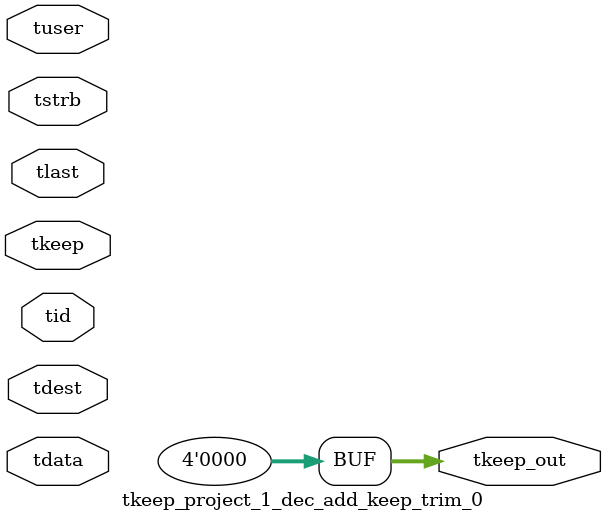
<source format=v>


`timescale 1ps/1ps

module tkeep_project_1_dec_add_keep_trim_0 #
(
parameter C_S_AXIS_TDATA_WIDTH = 32,
parameter C_S_AXIS_TUSER_WIDTH = 0,
parameter C_S_AXIS_TID_WIDTH   = 0,
parameter C_S_AXIS_TDEST_WIDTH = 0,
parameter C_M_AXIS_TDATA_WIDTH = 32
)
(
input  [(C_S_AXIS_TDATA_WIDTH == 0 ? 1 : C_S_AXIS_TDATA_WIDTH)-1:0     ] tdata,
input  [(C_S_AXIS_TUSER_WIDTH == 0 ? 1 : C_S_AXIS_TUSER_WIDTH)-1:0     ] tuser,
input  [(C_S_AXIS_TID_WIDTH   == 0 ? 1 : C_S_AXIS_TID_WIDTH)-1:0       ] tid,
input  [(C_S_AXIS_TDEST_WIDTH == 0 ? 1 : C_S_AXIS_TDEST_WIDTH)-1:0     ] tdest,
input  [(C_S_AXIS_TDATA_WIDTH/8)-1:0 ] tkeep,
input  [(C_S_AXIS_TDATA_WIDTH/8)-1:0 ] tstrb,
input                                                                    tlast,
output [(C_M_AXIS_TDATA_WIDTH/8)-1:0 ] tkeep_out
);

assign tkeep_out = {1'b0};

endmodule


</source>
